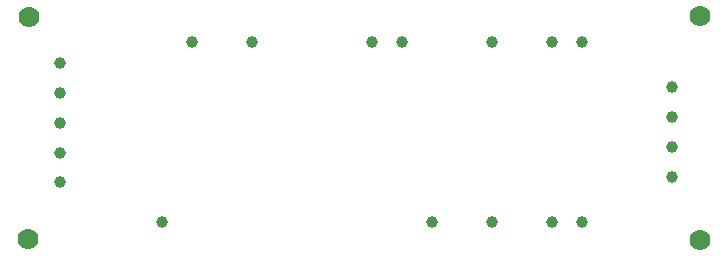
<source format=gbr>
G04 PROTEUS GERBER X2 FILE*
%TF.GenerationSoftware,Labcenter,Proteus,8.15-SP1-Build34318*%
%TF.CreationDate,2023-09-30T11:40:31+00:00*%
%TF.FileFunction,Plated,0,1,PTH*%
%TF.FilePolarity,Positive*%
%TF.Part,Single*%
%TF.SameCoordinates,{afa5550d-4e0f-4831-ab14-27b5fa56902b}*%
%FSLAX45Y45*%
%MOMM*%
G01*
%TA.AperFunction,ComponentDrill*%
%ADD21C,1.000000*%
%TA.AperFunction,OtherDrill,Unknown*%
%ADD22C,1.778000*%
%TD.AperFunction*%
D21*
X-315740Y+889160D03*
X-315740Y+1143160D03*
X-315740Y+1397160D03*
X-315740Y+1651160D03*
X-5500000Y+840000D03*
X-5500000Y+1090000D03*
X-5500000Y+1344000D03*
X-5500000Y+1598000D03*
X-5500000Y+1852000D03*
X-1079500Y+508000D03*
X-1333500Y+508000D03*
X-1841500Y+508000D03*
X-2349500Y+508000D03*
X-4635500Y+508000D03*
X-4381500Y+2032000D03*
X-3873500Y+2032000D03*
X-2857500Y+2032000D03*
X-2603500Y+2032000D03*
X-1841500Y+2032000D03*
X-1333500Y+2032000D03*
X-1079500Y+2032000D03*
D22*
X-80000Y+2250000D03*
X-5760000Y+2240000D03*
X-5770000Y+360000D03*
X-80000Y+350000D03*
M02*

</source>
